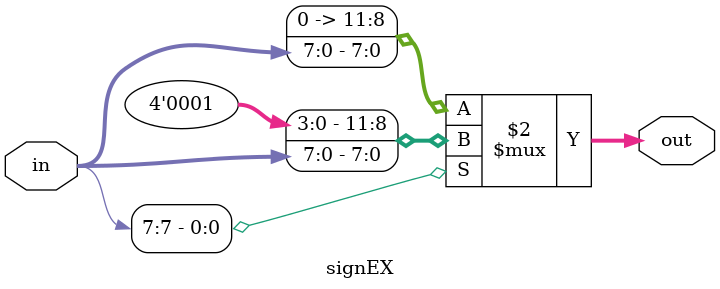
<source format=sv>
module signEX(input[7:0] in,output logic[11:0] out);
  assign out=(in[7]==1'b1)?{4'b1,in}:{4'b0,in};
endmodule

</source>
